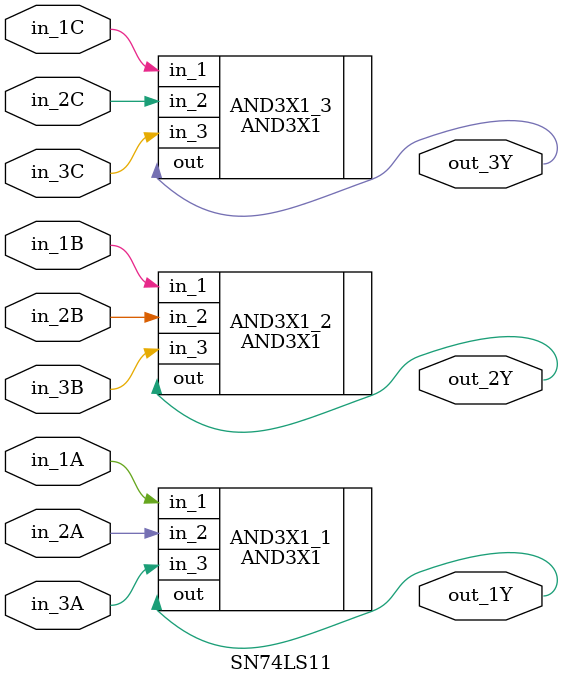
<source format=v>
`timescale 1ns / 1ps

module SN74LS11 (
// port list
	in_1A,
	in_2A,
	in_3A,
	in_1B,
	in_2B,
	in_3B,
	in_1C,
	in_2C,
	in_3C,
	out_1Y,
	out_2Y,
	out_3Y
);
// port declaration
input in_1A;
input in_2A;
input in_3A;
input in_1B;
input in_2B;
input in_3B;
input in_1C;
input in_2C;
input in_3C;
output out_1Y;
output out_2Y;
output out_3Y;


/*modeling
AND3X1 AND3X1_1 (.out(out_1Y), .in_1(in_1A), .in_2(in_1B), .in_3(in_1C));
AND3X1 AND3X1_2 (.out(out_2Y), .in_1(in_2A), .in_2(in_2B), .in_3(in_2C));
AND3X1 AND3X1_3 (.out(out_3Y), .in_1(in_3A), .in_2(in_3B), .in_3(in_3C));
*/

AND3X1 AND3X1_1 (.out(out_1Y), .in_1(in_1A), .in_2(in_2A), .in_3(in_3A));
AND3X1 AND3X1_2 (.out(out_2Y), .in_1(in_1B), .in_2(in_2B), .in_3(in_3B));
AND3X1 AND3X1_3 (.out(out_3Y), .in_1(in_1C), .in_2(in_2C), .in_3(in_3C)); 


endmodule

</source>
